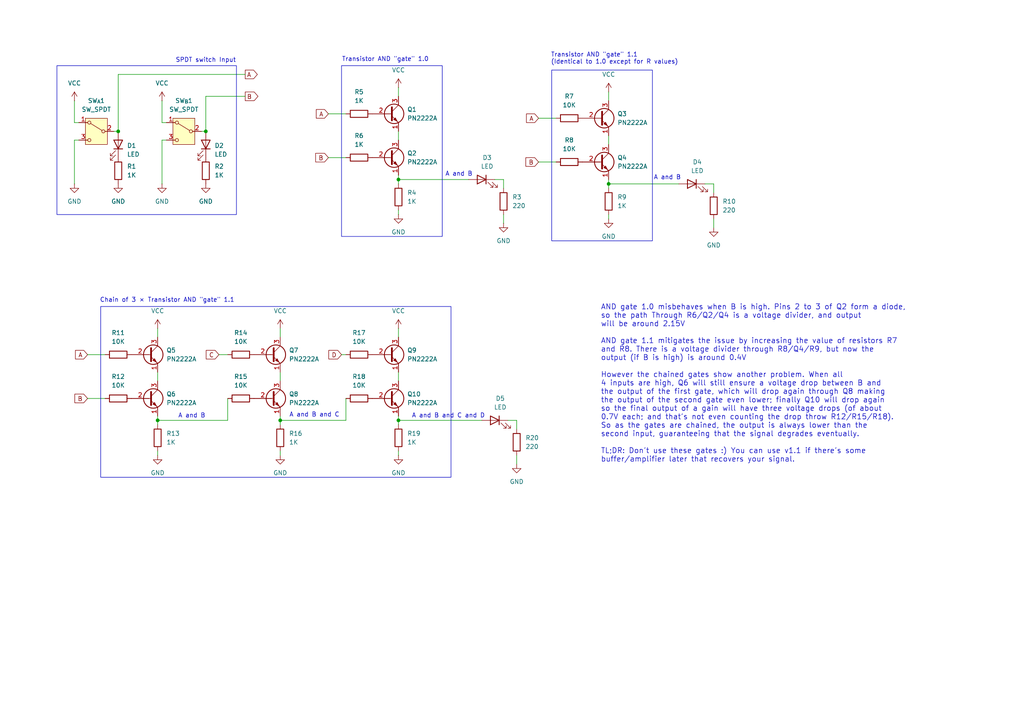
<source format=kicad_sch>
(kicad_sch (version 20231120) (generator "eeschema") (generator_version "8.0")
  (paper "A4")
  (title_block (title "Transistors are switches?") (date "2024-04-28") (company "Silicon Chronicles") (comment 1 "Building AND gates the wrong way") (comment 2 "Part III"))
  (lib_symbols
    (symbol "Device:LED" (pin_numbers hide) (pin_names (offset 1.016) hide)
      (property "Reference" "D" (at 0 2.54 0))
      (property "Value" "LED" (at 0 -2.54 0))
      (symbol "LED_0_1"
        (polyline (pts (xy -1.27 -1.27) (xy -1.27 1.27)) (stroke (width 0.254)))
        (polyline (pts (xy -1.27 0) (xy 1.27 0)))
        (polyline (pts (xy 1.27 -1.27) (xy 1.27 1.27) (xy -1.27 0) (xy 1.27 -1.27)) (stroke (width 0.254)))
        (polyline (pts (xy -3.048 -0.762) (xy -4.572 -2.286) (xy -3.81 -2.286) (xy -4.572 -2.286) (xy -4.572 -1.524)))
        (polyline (pts (xy -1.778 -0.762) (xy -3.302 -2.286) (xy -2.54 -2.286) (xy -3.302 -2.286) (xy -3.302 -1.524)))
      )
      (symbol "LED_1_1"
        (pin passive line (at -3.81 0 0) (length 2.54) (name "K") (number "1"))
        (pin passive line (at 3.81 0 180) (length 2.54) (name "A") (number "2"))
      )
    )
    (symbol "Device:R" (pin_numbers hide) (pin_names (offset 0))
      (property "Reference" "R" (at 2.032 0 90))
      (property "Value" "R" (at 0 0 90))
      (symbol "R_0_1"
        (rectangle (start -1.016 -2.54) (end 1.016 2.54) (stroke (width 0.254)))
      )
      (symbol "R_1_1"
        (pin passive line (at 0 3.81 270) (length 1.27) (name "~") (number "1"))
        (pin passive line (at 0 -3.81 90) (length 1.27) (name "~") (number "2"))
      )
    )
    (symbol "Switch:SW_SPDT" (pin_names (offset 0) hide)
      (property "Reference" "SW" (at 0 5.08 0))
      (property "Value" "SW_SPDT" (at 0 -5.08 0))
      (symbol "SW_SPDT_0_1"
        (circle (center -2.032 0) (radius 0.4572))
        (polyline (pts (xy -1.651 0.254) (xy 1.651 2.286)))
        (circle (center 2.032 -2.54) (radius 0.4572))
        (circle (center 2.032 2.54) (radius 0.4572))
      )
      (symbol "SW_SPDT_1_1"
        (rectangle (start -3.175 3.81) (end 3.175 -3.81) (fill (type background)))
        (pin passive line (at 5.08 2.54 180) (length 2.54) (name "A") (number "1"))
        (pin passive line (at -5.08 0 0) (length 2.54) (name "B") (number "2"))
        (pin passive line (at 5.08 -2.54 180) (length 2.54) (name "C") (number "3"))
      )
    )
    (symbol "Transistor_BJT:PN2222A" (pin_names (offset 0) hide)
      (property "Reference" "Q" (at 5.08 1.905 0))
      (property "Value" "PN2222A" (at 5.08 0 0))
      (symbol "PN2222A_0_1"
        (polyline (pts (xy 0 0) (xy 0.635 0)))
        (polyline (pts (xy 2.54 -2.54) (xy 0.635 -0.635)))
        (polyline (pts (xy 2.54 2.54) (xy 0.635 0.635)))
        (polyline (pts (xy 0.635 1.905) (xy 0.635 -1.905) (xy 0.635 -1.905)) (stroke (width 0.508)))
        (polyline (pts (xy 2.413 -2.413) (xy 1.905 -1.905) (xy 1.905 -1.905)))
        (polyline (pts (xy 1.143 -1.651) (xy 1.651 -1.143) (xy 2.159 -2.159) (xy 1.143 -1.651) (xy 1.143 -1.651)) (fill (type outline)))
        (circle (center 1.27 0) (radius 2.8194) (stroke (width 0.254)))
      )
      (symbol "PN2222A_1_1"
        (pin passive line (at 2.54 -5.08 90) (length 2.54) (name "E") (number "1"))
        (pin input line (at -5.08 0 0) (length 5.08) (name "B") (number "2"))
        (pin passive line (at 2.54 5.08 270) (length 2.54) (name "C") (number "3"))
      )
    )
    (symbol "power:GND" (power) (pin_numbers hide) (pin_names (offset 0) hide)
      (property "Value" "GND" (at 0 -3.81 0))
      (symbol "GND_0_1"
        (polyline (pts (xy 0 0) (xy 0 -1.27) (xy 1.27 -1.27) (xy 0 -2.54) (xy -1.27 -1.27) (xy 0 -1.27)))
      )
      (symbol "GND_1_1"
        (pin power_in line (at 0 0 270) (length 0) (name "~") (number "1"))
      )
    )
    (symbol "power:VCC" (power) (pin_numbers hide) (pin_names (offset 0) hide)
      (property "Value" "VCC" (at 0 3.556 0))
      (symbol "VCC_0_1"
        (polyline (pts (xy -0.762 1.27) (xy 0 2.54)))
        (polyline (pts (xy 0 0) (xy 0 2.54)))
        (polyline (pts (xy 0 2.54) (xy 0.762 1.27)))
      )
      (symbol "VCC_1_1"
        (pin power_in line (at 0 0 90) (length 0) (name "~") (number "1"))
      )
    )
  )
  (junction (at 176.53 53.34))
  (junction (at 115.57 121.92))
  (junction (at 115.57 52.07))
  (junction (at 45.72 121.92))
  (junction (at 59.69 38.1))
  (junction (at 34.29 38.1))
  (junction (at 81.28 121.92))
  (wire (pts (xy 21.59 40.64) (xy 21.59 53.34)))
  (wire (pts (xy 115.57 110.49) (xy 115.57 107.95)))
  (wire (pts (xy 81.28 121.92) (xy 81.28 123.19)))
  (wire (pts (xy 81.28 121.92) (xy 100.33 121.92)))
  (wire (pts (xy 45.72 121.92) (xy 66.04 121.92)))
  (wire (pts (xy 81.28 132.08) (xy 81.28 130.81)))
  (wire (pts (xy 156.21 46.99) (xy 161.29 46.99)))
  (wire (pts (xy 207.01 63.5) (xy 207.01 66.04)))
  (wire (pts (xy 115.57 53.34) (xy 115.57 52.07)))
  (wire (pts (xy 46.99 29.21) (xy 46.99 35.56)))
  (wire (pts (xy 176.53 54.61) (xy 176.53 53.34)))
  (wire (pts (xy 46.99 40.64) (xy 46.99 53.34)))
  (wire (pts (xy 95.25 33.02) (xy 100.33 33.02)))
  (wire (pts (xy 115.57 123.19) (xy 115.57 121.92)))
  (wire (pts (xy 147.32 121.92) (xy 149.86 121.92)))
  (wire (pts (xy 71.12 27.94) (xy 59.69 27.94)))
  (wire (pts (xy 176.53 53.34) (xy 196.85 53.34)))
  (wire (pts (xy 176.53 41.91) (xy 176.53 39.37)))
  (wire (pts (xy 34.29 21.59) (xy 34.29 38.1)))
  (wire (pts (xy 25.4 102.87) (xy 30.48 102.87)))
  (wire (pts (xy 156.21 34.29) (xy 161.29 34.29)))
  (wire (pts (xy 46.99 35.56) (xy 48.26 35.56)))
  (wire (pts (xy 204.47 53.34) (xy 207.01 53.34)))
  (wire (pts (xy 45.72 97.79) (xy 45.72 95.25)))
  (wire (pts (xy 115.57 97.79) (xy 115.57 95.25)))
  (wire (pts (xy 63.5 102.87) (xy 66.04 102.87)))
  (wire (pts (xy 207.01 53.34) (xy 207.01 55.88)))
  (wire (pts (xy 115.57 27.94) (xy 115.57 25.4)))
  (wire (pts (xy 99.06 102.87) (xy 100.33 102.87)))
  (wire (pts (xy 115.57 62.23) (xy 115.57 60.96)))
  (wire (pts (xy 22.86 40.64) (xy 21.59 40.64)))
  (wire (pts (xy 81.28 120.65) (xy 81.28 121.92)))
  (wire (pts (xy 100.33 115.57) (xy 100.33 121.92)))
  (wire (pts (xy 176.53 29.21) (xy 176.53 26.67)))
  (wire (pts (xy 149.86 121.92) (xy 149.86 124.46)))
  (wire (pts (xy 115.57 52.07) (xy 135.89 52.07)))
  (wire (pts (xy 115.57 121.92) (xy 115.57 120.65)))
  (wire (pts (xy 66.04 115.57) (xy 66.04 121.92)))
  (wire (pts (xy 176.53 63.5) (xy 176.53 62.23)))
  (wire (pts (xy 95.25 45.72) (xy 100.33 45.72)))
  (wire (pts (xy 71.12 21.59) (xy 34.29 21.59)))
  (wire (pts (xy 59.69 27.94) (xy 59.69 38.1)))
  (wire (pts (xy 143.51 52.07) (xy 146.05 52.07)))
  (wire (pts (xy 33.02 38.1) (xy 34.29 38.1)))
  (wire (pts (xy 81.28 97.79) (xy 81.28 95.25)))
  (wire (pts (xy 115.57 40.64) (xy 115.57 38.1)))
  (wire (pts (xy 45.72 132.08) (xy 45.72 130.81)))
  (wire (pts (xy 81.28 110.49) (xy 81.28 107.95)))
  (wire (pts (xy 21.59 35.56) (xy 22.86 35.56)))
  (wire (pts (xy 45.72 121.92) (xy 45.72 120.65)))
  (wire (pts (xy 146.05 62.23) (xy 146.05 64.77)))
  (wire (pts (xy 115.57 121.92) (xy 139.7 121.92)))
  (wire (pts (xy 176.53 53.34) (xy 176.53 52.07)))
  (wire (pts (xy 58.42 38.1) (xy 59.69 38.1)))
  (wire (pts (xy 115.57 132.08) (xy 115.57 130.81)))
  (wire (pts (xy 21.59 29.21) (xy 21.59 35.56)))
  (wire (pts (xy 48.26 40.64) (xy 46.99 40.64)))
  (wire (pts (xy 25.4 115.57) (xy 30.48 115.57)))
  (wire (pts (xy 45.72 123.19) (xy 45.72 121.92)))
  (wire (pts (xy 45.72 110.49) (xy 45.72 107.95)))
  (wire (pts (xy 115.57 52.07) (xy 115.57 50.8)))
  (wire (pts (xy 146.05 52.07) (xy 146.05 54.61)))
  (wire (pts (xy 149.86 132.08) (xy 149.86 134.62)))
  (rectangle (start 160.02 20.32) (end 189.23 69.85))
  (rectangle (start 29.21 88.9) (end 130.81 138.43))
  (rectangle (start 16.51 19.05) (end 68.58 62.23))
  (rectangle (start 99.06 19.05) (end 128.27 68.58))
  (text "AND gate 1.0 misbehaves when B is high. Pins 2 to 3 of Q2 form a diode,\nso the path Through R6/Q2/Q4 is a voltage divider, and output\nwill be around 2.15V\n\nAND gate 1.1 mitigates the issue by increasing the value of resistors R7\nand R8. There is a voltage divider through R8/Q4/R9, but now the\noutput (if B is high) is around 0.4V\n\nHowever the chained gates show another problem. When all \n4 inputs are high, Q6 will still ensure a voltage drop between B and\nthe output of the first gate, which will drop again through Q8 making\nthe output of the second gate even lower; finally Q10 will drop again\nso the final output of a gain will have three voltage drops (of about\n0.7V each; and that's not even counting the drop throw R12/R15/R18).\nSo as the gates are chained, the output is always lower than the\nsecond input, guaranteeing that the signal degrades eventually.\n\nTL;DR: Don't use these gates :) You can use v1.1 if there's some\nbuffer/amplifier later that recovers your signal." (at 174.244 111.252 0) (effects (font (size 1.524 1.524)) (justify left)))
  (text "A and B\n" (at 55.626 120.65 0) (effects (font (size 1.27 1.27))))
  (text "A and B and C\n\n" (at 91.186 121.412 0) (effects (font (size 1.27 1.27))))
  (text "Transistor AND \"gate\" 1.1\n(Identical to 1.0 except for R values)" (at 159.766 17.018 0) (effects (font (size 1.27 1.27)) (justify left)))
  (text "Chain of 3 × Transistor AND \"gate\" 1.1" (at 28.956 87.122 0) (effects (font (size 1.27 1.27)) (justify left)))
  (text "SPDT switch Input" (at 59.69 17.526 0) (effects (font (size 1.27 1.27))))
  (text "A and B and C and D\n" (at 130.048 120.65 0) (effects (font (size 1.27 1.27))))
  (text "A and B\n" (at 193.548 51.562 0) (effects (font (size 1.27 1.27))))
  (text "Transistor AND \"gate\" 1.0\n" (at 111.76 17.272 0) (effects (font (size 1.27 1.27))))
  (text "A and B\n" (at 133.096 50.546 0) (effects (font (size 1.27 1.27))))
  (global_label "A" (shape input) (at 95.25 33.02 180) (property "Intersheetrefs" "${INTERSHEET_REFS}" (effects (hide yes))))
  (global_label "D" (shape input) (at 99.06 102.87 180) (property "Intersheetrefs" "${INTERSHEET_REFS}" (effects (hide yes))))
  (global_label "B" (shape output) (at 71.12 27.94 0) (property "Intersheetrefs" "${INTERSHEET_REFS}" (effects (hide yes))))
  (global_label "C" (shape input) (at 63.5 102.87 180) (property "Intersheetrefs" "${INTERSHEET_REFS}" (effects (hide yes))))
  (global_label "B" (shape input) (at 95.25 45.72 180) (property "Intersheetrefs" "${INTERSHEET_REFS}" (effects (hide yes))))
  (global_label "A" (shape output) (at 71.12 21.59 0) (property "Intersheetrefs" "${INTERSHEET_REFS}" (effects (hide yes))))
  (global_label "B" (shape input) (at 156.21 46.99 180) (property "Intersheetrefs" "${INTERSHEET_REFS}" (effects (hide yes))))
  (global_label "A" (shape input) (at 156.21 34.29 180) (property "Intersheetrefs" "${INTERSHEET_REFS}" (effects (hide yes))))
  (global_label "A" (shape input) (at 25.4 102.87 180) (property "Intersheetrefs" "${INTERSHEET_REFS}" (effects (hide yes))))
  (global_label "B" (shape input) (at 25.4 115.57 180) (property "Intersheetrefs" "${INTERSHEET_REFS}" (effects (hide yes))))
  (symbol (lib_id "Device:R") (at 165.1 46.99 270) (unit 1)
    (property "Reference" "R8" (at 165.1 40.64 90))
    (property "Value" "10K" (at 165.1 43.18 90))
    (property "Description" "Resistor" (effects (hide yes)))
  )
  (symbol (lib_id "Device:R") (at 69.85 115.57 270) (unit 1)
    (property "Reference" "R15" (at 69.85 109.22 90))
    (property "Value" "10K" (at 69.85 111.76 90))
    (property "Description" "Resistor" (effects (hide yes)))
  )
  (symbol (lib_id "Device:R") (at 104.14 102.87 270) (unit 1)
    (property "Reference" "R17" (at 104.14 96.52 90))
    (property "Value" "10K" (at 104.14 99.06 90))
    (property "Description" "Resistor" (effects (hide yes)))
  )
  (symbol (lib_id "Device:R") (at 45.72 127 180) (unit 1)
    (property "Reference" "R13" (at 48.26 125.7299 0) (effects (justify right)))
    (property "Value" "1K" (at 48.26 128.2699 0) (effects (justify right)))
    (property "Description" "Resistor" (effects (hide yes)))
  )
  (symbol (lib_id "Device:R") (at 59.69 49.53 180) (unit 1)
    (property "Reference" "R2" (at 62.23 48.2599 0) (effects (justify right)))
    (property "Value" "1K" (at 62.23 50.7999 0) (effects (justify right)))
    (property "Description" "Resistor" (effects (hide yes)))
  )
  (symbol (lib_id "power:GND") (at 59.69 53.34 0) (unit 1)
    (property "Reference" "#PWR08" (effects (hide yes)))
    (property "Value" "GND" (at 59.69 58.42 0))
    (property "Description" "Power symbol creates a global label with name \"GND\" , ground" (effects (hide yes)))
  )
  (symbol (lib_id "Device:R") (at 34.29 115.57 270) (unit 1)
    (property "Reference" "R12" (at 34.29 109.22 90))
    (property "Value" "10K" (at 34.29 111.76 90))
    (property "Description" "Resistor" (effects (hide yes)))
  )
  (symbol (lib_id "Transistor_BJT:PN2222A") (at 173.99 46.99 0) (unit 1)
    (property "Reference" "Q4" (at 179.07 45.7199 0) (effects (justify left)))
    (property "Value" "PN2222A" (at 179.07 48.2599 0) (effects (justify left)))
    (property "Footprint" "Package_TO_SOT_THT:TO-92_Inline" (effects (hide yes)))
    (property "Datasheet" "https://www.onsemi.com/pub/Collateral/PN2222-D.PDF" (effects (hide yes)))
    (property "Description" "1A Ic, 40V Vce, NPN Transistor, General Purpose Transistor, TO-92" (effects (hide yes)))
  )
  (symbol (lib_id "Switch:SW_SPDT") (at 53.34 38.1 0) (mirror y) (unit 1)
    (property "Reference" "SW_{B}1" (at 53.34 29.21 0))
    (property "Value" "SW_SPDT" (at 53.34 31.75 0))
    (property "Description" "Switch, single pole double throw" (effects (hide yes)))
  )
  (symbol (lib_id "power:VCC") (at 115.57 95.25 0) (unit 1)
    (property "Reference" "#PWR017" (effects (hide yes)))
    (property "Value" "VCC" (at 115.57 90.17 0))
    (property "Description" "Power symbol creates a global label with name \"VCC\"" (effects (hide yes)))
  )
  (symbol (lib_id "power:GND") (at 146.05 64.77 0) (unit 1)
    (property "Reference" "#PWR02" (effects (hide yes)))
    (property "Value" "GND" (at 146.05 69.85 0))
    (property "Description" "Power symbol creates a global label with name \"GND\" , ground" (effects (hide yes)))
  )
  (symbol (lib_id "power:GND") (at 207.01 66.04 0) (unit 1)
    (property "Reference" "#PWR010" (effects (hide yes)))
    (property "Value" "GND" (at 207.01 71.12 0))
    (property "Description" "Power symbol creates a global label with name \"GND\" , ground" (effects (hide yes)))
  )
  (symbol (lib_id "Device:LED") (at 200.66 53.34 0) (mirror y) (unit 1)
    (property "Reference" "D4" (at 202.2475 46.99 0))
    (property "Value" "LED" (at 202.2475 49.53 0))
    (property "Description" "Light emitting diode" (effects (hide yes)))
  )
  (symbol (lib_id "power:VCC") (at 115.57 25.4 0) (unit 1)
    (property "Reference" "#PWR03" (effects (hide yes)))
    (property "Value" "VCC" (at 115.57 20.32 0))
    (property "Description" "Power symbol creates a global label with name \"VCC\"" (effects (hide yes)))
  )
  (symbol (lib_id "power:VCC") (at 21.59 29.21 0) (unit 1)
    (property "Reference" "#PWR01" (effects (hide yes)))
    (property "Value" "VCC" (at 21.59 24.13 0))
    (property "Description" "Power symbol creates a global label with name \"VCC\"" (effects (hide yes)))
  )
  (symbol (lib_id "Transistor_BJT:PN2222A") (at 78.74 102.87 0) (unit 1)
    (property "Reference" "Q7" (at 83.82 101.5999 0) (effects (justify left)))
    (property "Value" "PN2222A" (at 83.82 104.1399 0) (effects (justify left)))
    (property "Footprint" "Package_TO_SOT_THT:TO-92_Inline" (effects (hide yes)))
    (property "Datasheet" "https://www.onsemi.com/pub/Collateral/PN2222-D.PDF" (effects (hide yes)))
    (property "Description" "1A Ic, 40V Vce, NPN Transistor, General Purpose Transistor, TO-92" (effects (hide yes)))
  )
  (symbol (lib_id "Device:R") (at 146.05 58.42 180) (unit 1)
    (property "Reference" "R3" (at 148.59 57.1499 0) (effects (justify right)))
    (property "Value" "220" (at 148.59 59.6899 0) (effects (justify right)))
    (property "Description" "Resistor" (effects (hide yes)))
  )
  (symbol (lib_id "Device:LED") (at 59.69 41.91 270) (mirror x) (unit 1)
    (property "Reference" "D2" (at 62.23 42.2274 90) (effects (justify left)))
    (property "Value" "LED" (at 62.23 44.7674 90) (effects (justify left)))
    (property "Description" "Light emitting diode" (effects (hide yes)))
  )
  (symbol (lib_id "Device:LED") (at 34.29 41.91 270) (mirror x) (unit 1)
    (property "Reference" "D1" (at 36.83 42.2274 90) (effects (justify left)))
    (property "Value" "LED" (at 36.83 44.7674 90) (effects (justify left)))
    (property "Description" "Light emitting diode" (effects (hide yes)))
  )
  (symbol (lib_id "Device:R") (at 104.14 33.02 270) (unit 1)
    (property "Reference" "R5" (at 104.14 26.67 90))
    (property "Value" "1K" (at 104.14 29.21 90))
    (property "Description" "Resistor" (effects (hide yes)))
  )
  (symbol (lib_id "power:GND") (at 149.86 134.62 0) (unit 1)
    (property "Reference" "#PWR019" (effects (hide yes)))
    (property "Value" "GND" (at 149.86 139.7 0))
    (property "Description" "Power symbol creates a global label with name \"GND\" , ground" (effects (hide yes)))
  )
  (symbol (lib_id "power:GND") (at 115.57 62.23 0) (unit 1)
    (property "Reference" "#PWR06" (effects (hide yes)))
    (property "Value" "GND" (at 115.57 67.31 0))
    (property "Description" "Power symbol creates a global label with name \"GND\" , ground" (effects (hide yes)))
  )
  (symbol (lib_id "Transistor_BJT:PN2222A") (at 113.03 102.87 0) (unit 1)
    (property "Reference" "Q9" (at 118.11 101.5999 0) (effects (justify left)))
    (property "Value" "PN2222A" (at 118.11 104.1399 0) (effects (justify left)))
    (property "Footprint" "Package_TO_SOT_THT:TO-92_Inline" (effects (hide yes)))
    (property "Datasheet" "https://www.onsemi.com/pub/Collateral/PN2222-D.PDF" (effects (hide yes)))
    (property "Description" "1A Ic, 40V Vce, NPN Transistor, General Purpose Transistor, TO-92" (effects (hide yes)))
  )
  (symbol (lib_id "Device:R") (at 81.28 127 180) (unit 1)
    (property "Reference" "R16" (at 83.82 125.7299 0) (effects (justify right)))
    (property "Value" "1K" (at 83.82 128.2699 0) (effects (justify right)))
    (property "Description" "Resistor" (effects (hide yes)))
  )
  (symbol (lib_id "power:VCC") (at 45.72 95.25 0) (unit 1)
    (property "Reference" "#PWR011" (effects (hide yes)))
    (property "Value" "VCC" (at 45.72 90.17 0))
    (property "Description" "Power symbol creates a global label with name \"VCC\"" (effects (hide yes)))
  )
  (symbol (lib_id "Device:R") (at 165.1 34.29 270) (unit 1)
    (property "Reference" "R7" (at 165.1 27.94 90))
    (property "Value" "10K" (at 165.1 30.48 90))
    (property "Description" "Resistor" (effects (hide yes)))
  )
  (symbol (lib_id "Device:R") (at 69.85 102.87 270) (unit 1)
    (property "Reference" "R14" (at 69.85 96.52 90))
    (property "Value" "10K" (at 69.85 99.06 90))
    (property "Description" "Resistor" (effects (hide yes)))
  )
  (symbol (lib_id "Transistor_BJT:PN2222A") (at 43.18 115.57 0) (unit 1)
    (property "Reference" "Q6" (at 48.26 114.2999 0) (effects (justify left)))
    (property "Value" "PN2222A" (at 48.26 116.8399 0) (effects (justify left)))
    (property "Footprint" "Package_TO_SOT_THT:TO-92_Inline" (effects (hide yes)))
    (property "Datasheet" "https://www.onsemi.com/pub/Collateral/PN2222-D.PDF" (effects (hide yes)))
    (property "Description" "1A Ic, 40V Vce, NPN Transistor, General Purpose Transistor, TO-92" (effects (hide yes)))
  )
  (symbol (lib_id "Device:R") (at 34.29 102.87 270) (unit 1)
    (property "Reference" "R11" (at 34.29 96.52 90))
    (property "Value" "10K" (at 34.29 99.06 90))
    (property "Description" "Resistor" (effects (hide yes)))
  )
  (symbol (lib_id "power:GND") (at 34.29 53.34 0) (unit 1)
    (property "Reference" "#PWR04" (effects (hide yes)))
    (property "Value" "GND" (at 34.29 58.42 0))
    (property "Description" "Power symbol creates a global label with name \"GND\" , ground" (effects (hide yes)))
  )
  (symbol (lib_id "power:GND") (at 81.28 132.08 0) (unit 1)
    (property "Reference" "#PWR014" (effects (hide yes)))
    (property "Value" "GND" (at 81.28 137.16 0))
    (property "Description" "Power symbol creates a global label with name \"GND\" , ground" (effects (hide yes)))
  )
  (symbol (lib_id "Transistor_BJT:PN2222A") (at 78.74 115.57 0) (unit 1)
    (property "Reference" "Q8" (at 83.82 114.2999 0) (effects (justify left)))
    (property "Value" "PN2222A" (at 83.82 116.8399 0) (effects (justify left)))
    (property "Footprint" "Package_TO_SOT_THT:TO-92_Inline" (effects (hide yes)))
    (property "Datasheet" "https://www.onsemi.com/pub/Collateral/PN2222-D.PDF" (effects (hide yes)))
    (property "Description" "1A Ic, 40V Vce, NPN Transistor, General Purpose Transistor, TO-92" (effects (hide yes)))
  )
  (symbol (lib_id "power:VCC") (at 176.53 26.67 0) (unit 1)
    (property "Reference" "#PWR07" (effects (hide yes)))
    (property "Value" "VCC" (at 176.53 21.59 0))
    (property "Description" "Power symbol creates a global label with name \"VCC\"" (effects (hide yes)))
  )
  (symbol (lib_id "power:GND") (at 115.57 132.08 0) (unit 1)
    (property "Reference" "#PWR018" (effects (hide yes)))
    (property "Value" "GND" (at 115.57 137.16 0))
    (property "Description" "Power symbol creates a global label with name \"GND\" , ground" (effects (hide yes)))
  )
  (symbol (lib_id "Device:R") (at 115.57 57.15 180) (unit 1)
    (property "Reference" "R4" (at 118.11 55.8799 0) (effects (justify right)))
    (property "Value" "1K" (at 118.11 58.4199 0) (effects (justify right)))
    (property "Description" "Resistor" (effects (hide yes)))
  )
  (symbol (lib_id "power:GND") (at 21.59 53.34 0) (unit 1)
    (property "Reference" "#PWR015" (effects (hide yes)))
    (property "Value" "GND" (at 21.59 58.42 0))
    (property "Description" "Power symbol creates a global label with name \"GND\" , ground" (effects (hide yes)))
  )
  (symbol (lib_id "Device:R") (at 34.29 49.53 180) (unit 1)
    (property "Reference" "R1" (at 36.83 48.2599 0) (effects (justify right)))
    (property "Value" "1K" (at 36.83 50.7999 0) (effects (justify right)))
    (property "Description" "Resistor" (effects (hide yes)))
  )
  (symbol (lib_id "Transistor_BJT:PN2222A") (at 173.99 34.29 0) (unit 1)
    (property "Reference" "Q3" (at 179.07 33.0199 0) (effects (justify left)))
    (property "Value" "PN2222A" (at 179.07 35.5599 0) (effects (justify left)))
    (property "Footprint" "Package_TO_SOT_THT:TO-92_Inline" (effects (hide yes)))
    (property "Datasheet" "https://www.onsemi.com/pub/Collateral/PN2222-D.PDF" (effects (hide yes)))
    (property "Description" "1A Ic, 40V Vce, NPN Transistor, General Purpose Transistor, TO-92" (effects (hide yes)))
  )
  (symbol (lib_id "Transistor_BJT:PN2222A") (at 43.18 102.87 0) (unit 1)
    (property "Reference" "Q5" (at 48.26 101.5999 0) (effects (justify left)))
    (property "Value" "PN2222A" (at 48.26 104.1399 0) (effects (justify left)))
    (property "Footprint" "Package_TO_SOT_THT:TO-92_Inline" (effects (hide yes)))
    (property "Datasheet" "https://www.onsemi.com/pub/Collateral/PN2222-D.PDF" (effects (hide yes)))
    (property "Description" "1A Ic, 40V Vce, NPN Transistor, General Purpose Transistor, TO-92" (effects (hide yes)))
  )
  (symbol (lib_id "Device:LED") (at 143.51 121.92 0) (mirror y) (unit 1)
    (property "Reference" "D5" (at 145.0975 115.57 0))
    (property "Value" "LED" (at 145.0975 118.11 0))
    (property "Description" "Light emitting diode" (effects (hide yes)))
  )
  (symbol (lib_id "power:VCC") (at 46.99 29.21 0) (unit 1)
    (property "Reference" "#PWR05" (effects (hide yes)))
    (property "Value" "VCC" (at 46.99 24.13 0))
    (property "Description" "Power symbol creates a global label with name \"VCC\"" (effects (hide yes)))
  )
  (symbol (lib_id "Device:R") (at 207.01 59.69 180) (unit 1)
    (property "Reference" "R10" (at 209.55 58.4199 0) (effects (justify right)))
    (property "Value" "220" (at 209.55 60.9599 0) (effects (justify right)))
    (property "Description" "Resistor" (effects (hide yes)))
  )
  (symbol (lib_id "Transistor_BJT:PN2222A") (at 113.03 33.02 0) (unit 1)
    (property "Reference" "Q1" (at 118.11 31.7499 0) (effects (justify left)))
    (property "Value" "PN2222A" (at 118.11 34.2899 0) (effects (justify left)))
    (property "Footprint" "Package_TO_SOT_THT:TO-92_Inline" (effects (hide yes)))
    (property "Datasheet" "https://www.onsemi.com/pub/Collateral/PN2222-D.PDF" (effects (hide yes)))
    (property "Description" "1A Ic, 40V Vce, NPN Transistor, General Purpose Transistor, TO-92" (effects (hide yes)))
  )
  (symbol (lib_id "Device:LED") (at 139.7 52.07 0) (mirror y) (unit 1)
    (property "Reference" "D3" (at 141.2875 45.72 0))
    (property "Value" "LED" (at 141.2875 48.26 0))
    (property "Description" "Light emitting diode" (effects (hide yes)))
  )
  (symbol (lib_id "Device:R") (at 104.14 115.57 270) (unit 1)
    (property "Reference" "R18" (at 104.14 109.22 90))
    (property "Value" "10K" (at 104.14 111.76 90))
    (property "Description" "Resistor" (effects (hide yes)))
  )
  (symbol (lib_id "power:GND") (at 45.72 132.08 0) (unit 1)
    (property "Reference" "#PWR012" (effects (hide yes)))
    (property "Value" "GND" (at 45.72 137.16 0))
    (property "Description" "Power symbol creates a global label with name \"GND\" , ground" (effects (hide yes)))
  )
  (symbol (lib_id "Transistor_BJT:PN2222A") (at 113.03 45.72 0) (unit 1)
    (property "Reference" "Q2" (at 118.11 44.4499 0) (effects (justify left)))
    (property "Value" "PN2222A" (at 118.11 46.9899 0) (effects (justify left)))
    (property "Footprint" "Package_TO_SOT_THT:TO-92_Inline" (effects (hide yes)))
    (property "Datasheet" "https://www.onsemi.com/pub/Collateral/PN2222-D.PDF" (effects (hide yes)))
    (property "Description" "1A Ic, 40V Vce, NPN Transistor, General Purpose Transistor, TO-92" (effects (hide yes)))
  )
  (symbol (lib_id "power:GND") (at 46.99 53.34 0) (unit 1)
    (property "Reference" "#PWR016" (effects (hide yes)))
    (property "Value" "GND" (at 46.99 58.42 0))
    (property "Description" "Power symbol creates a global label with name \"GND\" , ground" (effects (hide yes)))
  )
  (symbol (lib_id "Device:R") (at 176.53 58.42 180) (unit 1)
    (property "Reference" "R9" (at 179.07 57.1499 0) (effects (justify right)))
    (property "Value" "1K" (at 179.07 59.6899 0) (effects (justify right)))
    (property "Description" "Resistor" (effects (hide yes)))
  )
  (symbol (lib_id "Device:R") (at 104.14 45.72 270) (unit 1)
    (property "Reference" "R6" (at 104.14 39.37 90))
    (property "Value" "1K" (at 104.14 41.91 90))
    (property "Description" "Resistor" (effects (hide yes)))
  )
  (symbol (lib_id "Device:R") (at 115.57 127 180) (unit 1)
    (property "Reference" "R19" (at 118.11 125.7299 0) (effects (justify right)))
    (property "Value" "1K" (at 118.11 128.2699 0) (effects (justify right)))
    (property "Description" "Resistor" (effects (hide yes)))
  )
  (symbol (lib_id "power:GND") (at 176.53 63.5 0) (unit 1)
    (property "Reference" "#PWR09" (effects (hide yes)))
    (property "Value" "GND" (at 176.53 68.58 0))
    (property "Description" "Power symbol creates a global label with name \"GND\" , ground" (effects (hide yes)))
  )
  (symbol (lib_id "Switch:SW_SPDT") (at 27.94 38.1 0) (mirror y) (unit 1)
    (property "Reference" "SW_{A}1" (at 27.94 29.21 0))
    (property "Value" "SW_SPDT" (at 27.94 31.75 0))
    (property "Description" "Switch, single pole double throw" (effects (hide yes)))
  )
  (symbol (lib_id "power:VCC") (at 81.28 95.25 0) (unit 1)
    (property "Reference" "#PWR013" (effects (hide yes)))
    (property "Value" "VCC" (at 81.28 90.17 0))
    (property "Description" "Power symbol creates a global label with name \"VCC\"" (effects (hide yes)))
  )
  (symbol (lib_id "Transistor_BJT:PN2222A") (at 113.03 115.57 0) (unit 1)
    (property "Reference" "Q10" (at 118.11 114.2999 0) (effects (justify left)))
    (property "Value" "PN2222A" (at 118.11 116.8399 0) (effects (justify left)))
    (property "Footprint" "Package_TO_SOT_THT:TO-92_Inline" (effects (hide yes)))
    (property "Datasheet" "https://www.onsemi.com/pub/Collateral/PN2222-D.PDF" (effects (hide yes)))
    (property "Description" "1A Ic, 40V Vce, NPN Transistor, General Purpose Transistor, TO-92" (effects (hide yes)))
  )
  (symbol (lib_id "Device:R") (at 149.86 128.27 180) (unit 1)
    (property "Reference" "R20" (at 152.4 126.9999 0) (effects (justify right)))
    (property "Value" "220" (at 152.4 129.5399 0) (effects (justify right)))
    (property "Description" "Resistor" (effects (hide yes)))
  )
)
</source>
